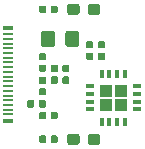
<source format=gbr>
G04 #@! TF.GenerationSoftware,KiCad,Pcbnew,5.1.1*
G04 #@! TF.CreationDate,2019-04-20T22:30:45+02:00*
G04 #@! TF.ProjectId,darling,6461726c-696e-4672-9e6b-696361645f70,rev?*
G04 #@! TF.SameCoordinates,Original*
G04 #@! TF.FileFunction,Paste,Top*
G04 #@! TF.FilePolarity,Positive*
%FSLAX46Y46*%
G04 Gerber Fmt 4.6, Leading zero omitted, Abs format (unit mm)*
G04 Created by KiCad (PCBNEW 5.1.1) date 2019-04-20 22:30:45*
%MOMM*%
%LPD*%
G04 APERTURE LIST*
%ADD10C,0.100000*%
%ADD11C,0.590000*%
%ADD12C,0.950000*%
%ADD13C,1.150000*%
%ADD14R,0.850000X0.230000*%
%ADD15R,0.850000X0.460000*%
%ADD16R,0.350000X0.800000*%
%ADD17R,0.800000X0.350000*%
%ADD18R,1.050000X1.050000*%
G04 APERTURE END LIST*
D10*
G36*
X128146958Y-125680710D02*
G01*
X128161276Y-125682834D01*
X128175317Y-125686351D01*
X128188946Y-125691228D01*
X128202031Y-125697417D01*
X128214447Y-125704858D01*
X128226073Y-125713481D01*
X128236798Y-125723202D01*
X128246519Y-125733927D01*
X128255142Y-125745553D01*
X128262583Y-125757969D01*
X128268772Y-125771054D01*
X128273649Y-125784683D01*
X128277166Y-125798724D01*
X128279290Y-125813042D01*
X128280000Y-125827500D01*
X128280000Y-126172500D01*
X128279290Y-126186958D01*
X128277166Y-126201276D01*
X128273649Y-126215317D01*
X128268772Y-126228946D01*
X128262583Y-126242031D01*
X128255142Y-126254447D01*
X128246519Y-126266073D01*
X128236798Y-126276798D01*
X128226073Y-126286519D01*
X128214447Y-126295142D01*
X128202031Y-126302583D01*
X128188946Y-126308772D01*
X128175317Y-126313649D01*
X128161276Y-126317166D01*
X128146958Y-126319290D01*
X128132500Y-126320000D01*
X127837500Y-126320000D01*
X127823042Y-126319290D01*
X127808724Y-126317166D01*
X127794683Y-126313649D01*
X127781054Y-126308772D01*
X127767969Y-126302583D01*
X127755553Y-126295142D01*
X127743927Y-126286519D01*
X127733202Y-126276798D01*
X127723481Y-126266073D01*
X127714858Y-126254447D01*
X127707417Y-126242031D01*
X127701228Y-126228946D01*
X127696351Y-126215317D01*
X127692834Y-126201276D01*
X127690710Y-126186958D01*
X127690000Y-126172500D01*
X127690000Y-125827500D01*
X127690710Y-125813042D01*
X127692834Y-125798724D01*
X127696351Y-125784683D01*
X127701228Y-125771054D01*
X127707417Y-125757969D01*
X127714858Y-125745553D01*
X127723481Y-125733927D01*
X127733202Y-125723202D01*
X127743927Y-125713481D01*
X127755553Y-125704858D01*
X127767969Y-125697417D01*
X127781054Y-125691228D01*
X127794683Y-125686351D01*
X127808724Y-125682834D01*
X127823042Y-125680710D01*
X127837500Y-125680000D01*
X128132500Y-125680000D01*
X128146958Y-125680710D01*
X128146958Y-125680710D01*
G37*
D11*
X127985000Y-126000000D03*
D10*
G36*
X127176958Y-125680710D02*
G01*
X127191276Y-125682834D01*
X127205317Y-125686351D01*
X127218946Y-125691228D01*
X127232031Y-125697417D01*
X127244447Y-125704858D01*
X127256073Y-125713481D01*
X127266798Y-125723202D01*
X127276519Y-125733927D01*
X127285142Y-125745553D01*
X127292583Y-125757969D01*
X127298772Y-125771054D01*
X127303649Y-125784683D01*
X127307166Y-125798724D01*
X127309290Y-125813042D01*
X127310000Y-125827500D01*
X127310000Y-126172500D01*
X127309290Y-126186958D01*
X127307166Y-126201276D01*
X127303649Y-126215317D01*
X127298772Y-126228946D01*
X127292583Y-126242031D01*
X127285142Y-126254447D01*
X127276519Y-126266073D01*
X127266798Y-126276798D01*
X127256073Y-126286519D01*
X127244447Y-126295142D01*
X127232031Y-126302583D01*
X127218946Y-126308772D01*
X127205317Y-126313649D01*
X127191276Y-126317166D01*
X127176958Y-126319290D01*
X127162500Y-126320000D01*
X126867500Y-126320000D01*
X126853042Y-126319290D01*
X126838724Y-126317166D01*
X126824683Y-126313649D01*
X126811054Y-126308772D01*
X126797969Y-126302583D01*
X126785553Y-126295142D01*
X126773927Y-126286519D01*
X126763202Y-126276798D01*
X126753481Y-126266073D01*
X126744858Y-126254447D01*
X126737417Y-126242031D01*
X126731228Y-126228946D01*
X126726351Y-126215317D01*
X126722834Y-126201276D01*
X126720710Y-126186958D01*
X126720000Y-126172500D01*
X126720000Y-125827500D01*
X126720710Y-125813042D01*
X126722834Y-125798724D01*
X126726351Y-125784683D01*
X126731228Y-125771054D01*
X126737417Y-125757969D01*
X126744858Y-125745553D01*
X126753481Y-125733927D01*
X126763202Y-125723202D01*
X126773927Y-125713481D01*
X126785553Y-125704858D01*
X126797969Y-125697417D01*
X126811054Y-125691228D01*
X126824683Y-125686351D01*
X126838724Y-125682834D01*
X126853042Y-125680710D01*
X126867500Y-125680000D01*
X127162500Y-125680000D01*
X127176958Y-125680710D01*
X127176958Y-125680710D01*
G37*
D11*
X127015000Y-126000000D03*
D10*
G36*
X133186958Y-121690710D02*
G01*
X133201276Y-121692834D01*
X133215317Y-121696351D01*
X133228946Y-121701228D01*
X133242031Y-121707417D01*
X133254447Y-121714858D01*
X133266073Y-121723481D01*
X133276798Y-121733202D01*
X133286519Y-121743927D01*
X133295142Y-121755553D01*
X133302583Y-121767969D01*
X133308772Y-121781054D01*
X133313649Y-121794683D01*
X133317166Y-121808724D01*
X133319290Y-121823042D01*
X133320000Y-121837500D01*
X133320000Y-122132500D01*
X133319290Y-122146958D01*
X133317166Y-122161276D01*
X133313649Y-122175317D01*
X133308772Y-122188946D01*
X133302583Y-122202031D01*
X133295142Y-122214447D01*
X133286519Y-122226073D01*
X133276798Y-122236798D01*
X133266073Y-122246519D01*
X133254447Y-122255142D01*
X133242031Y-122262583D01*
X133228946Y-122268772D01*
X133215317Y-122273649D01*
X133201276Y-122277166D01*
X133186958Y-122279290D01*
X133172500Y-122280000D01*
X132827500Y-122280000D01*
X132813042Y-122279290D01*
X132798724Y-122277166D01*
X132784683Y-122273649D01*
X132771054Y-122268772D01*
X132757969Y-122262583D01*
X132745553Y-122255142D01*
X132733927Y-122246519D01*
X132723202Y-122236798D01*
X132713481Y-122226073D01*
X132704858Y-122214447D01*
X132697417Y-122202031D01*
X132691228Y-122188946D01*
X132686351Y-122175317D01*
X132682834Y-122161276D01*
X132680710Y-122146958D01*
X132680000Y-122132500D01*
X132680000Y-121837500D01*
X132680710Y-121823042D01*
X132682834Y-121808724D01*
X132686351Y-121794683D01*
X132691228Y-121781054D01*
X132697417Y-121767969D01*
X132704858Y-121755553D01*
X132713481Y-121743927D01*
X132723202Y-121733202D01*
X132733927Y-121723481D01*
X132745553Y-121714858D01*
X132757969Y-121707417D01*
X132771054Y-121701228D01*
X132784683Y-121696351D01*
X132798724Y-121692834D01*
X132813042Y-121690710D01*
X132827500Y-121690000D01*
X133172500Y-121690000D01*
X133186958Y-121690710D01*
X133186958Y-121690710D01*
G37*
D11*
X133000000Y-121985000D03*
D10*
G36*
X133186958Y-120720710D02*
G01*
X133201276Y-120722834D01*
X133215317Y-120726351D01*
X133228946Y-120731228D01*
X133242031Y-120737417D01*
X133254447Y-120744858D01*
X133266073Y-120753481D01*
X133276798Y-120763202D01*
X133286519Y-120773927D01*
X133295142Y-120785553D01*
X133302583Y-120797969D01*
X133308772Y-120811054D01*
X133313649Y-120824683D01*
X133317166Y-120838724D01*
X133319290Y-120853042D01*
X133320000Y-120867500D01*
X133320000Y-121162500D01*
X133319290Y-121176958D01*
X133317166Y-121191276D01*
X133313649Y-121205317D01*
X133308772Y-121218946D01*
X133302583Y-121232031D01*
X133295142Y-121244447D01*
X133286519Y-121256073D01*
X133276798Y-121266798D01*
X133266073Y-121276519D01*
X133254447Y-121285142D01*
X133242031Y-121292583D01*
X133228946Y-121298772D01*
X133215317Y-121303649D01*
X133201276Y-121307166D01*
X133186958Y-121309290D01*
X133172500Y-121310000D01*
X132827500Y-121310000D01*
X132813042Y-121309290D01*
X132798724Y-121307166D01*
X132784683Y-121303649D01*
X132771054Y-121298772D01*
X132757969Y-121292583D01*
X132745553Y-121285142D01*
X132733927Y-121276519D01*
X132723202Y-121266798D01*
X132713481Y-121256073D01*
X132704858Y-121244447D01*
X132697417Y-121232031D01*
X132691228Y-121218946D01*
X132686351Y-121205317D01*
X132682834Y-121191276D01*
X132680710Y-121176958D01*
X132680000Y-121162500D01*
X132680000Y-120867500D01*
X132680710Y-120853042D01*
X132682834Y-120838724D01*
X132686351Y-120824683D01*
X132691228Y-120811054D01*
X132697417Y-120797969D01*
X132704858Y-120785553D01*
X132713481Y-120773927D01*
X132723202Y-120763202D01*
X132733927Y-120753481D01*
X132745553Y-120744858D01*
X132757969Y-120737417D01*
X132771054Y-120731228D01*
X132784683Y-120726351D01*
X132798724Y-120722834D01*
X132813042Y-120720710D01*
X132827500Y-120720000D01*
X133172500Y-120720000D01*
X133186958Y-120720710D01*
X133186958Y-120720710D01*
G37*
D11*
X133000000Y-121015000D03*
D10*
G36*
X132186958Y-120720710D02*
G01*
X132201276Y-120722834D01*
X132215317Y-120726351D01*
X132228946Y-120731228D01*
X132242031Y-120737417D01*
X132254447Y-120744858D01*
X132266073Y-120753481D01*
X132276798Y-120763202D01*
X132286519Y-120773927D01*
X132295142Y-120785553D01*
X132302583Y-120797969D01*
X132308772Y-120811054D01*
X132313649Y-120824683D01*
X132317166Y-120838724D01*
X132319290Y-120853042D01*
X132320000Y-120867500D01*
X132320000Y-121162500D01*
X132319290Y-121176958D01*
X132317166Y-121191276D01*
X132313649Y-121205317D01*
X132308772Y-121218946D01*
X132302583Y-121232031D01*
X132295142Y-121244447D01*
X132286519Y-121256073D01*
X132276798Y-121266798D01*
X132266073Y-121276519D01*
X132254447Y-121285142D01*
X132242031Y-121292583D01*
X132228946Y-121298772D01*
X132215317Y-121303649D01*
X132201276Y-121307166D01*
X132186958Y-121309290D01*
X132172500Y-121310000D01*
X131827500Y-121310000D01*
X131813042Y-121309290D01*
X131798724Y-121307166D01*
X131784683Y-121303649D01*
X131771054Y-121298772D01*
X131757969Y-121292583D01*
X131745553Y-121285142D01*
X131733927Y-121276519D01*
X131723202Y-121266798D01*
X131713481Y-121256073D01*
X131704858Y-121244447D01*
X131697417Y-121232031D01*
X131691228Y-121218946D01*
X131686351Y-121205317D01*
X131682834Y-121191276D01*
X131680710Y-121176958D01*
X131680000Y-121162500D01*
X131680000Y-120867500D01*
X131680710Y-120853042D01*
X131682834Y-120838724D01*
X131686351Y-120824683D01*
X131691228Y-120811054D01*
X131697417Y-120797969D01*
X131704858Y-120785553D01*
X131713481Y-120773927D01*
X131723202Y-120763202D01*
X131733927Y-120753481D01*
X131745553Y-120744858D01*
X131757969Y-120737417D01*
X131771054Y-120731228D01*
X131784683Y-120726351D01*
X131798724Y-120722834D01*
X131813042Y-120720710D01*
X131827500Y-120720000D01*
X132172500Y-120720000D01*
X132186958Y-120720710D01*
X132186958Y-120720710D01*
G37*
D11*
X132000000Y-121015000D03*
D10*
G36*
X132186958Y-121690710D02*
G01*
X132201276Y-121692834D01*
X132215317Y-121696351D01*
X132228946Y-121701228D01*
X132242031Y-121707417D01*
X132254447Y-121714858D01*
X132266073Y-121723481D01*
X132276798Y-121733202D01*
X132286519Y-121743927D01*
X132295142Y-121755553D01*
X132302583Y-121767969D01*
X132308772Y-121781054D01*
X132313649Y-121794683D01*
X132317166Y-121808724D01*
X132319290Y-121823042D01*
X132320000Y-121837500D01*
X132320000Y-122132500D01*
X132319290Y-122146958D01*
X132317166Y-122161276D01*
X132313649Y-122175317D01*
X132308772Y-122188946D01*
X132302583Y-122202031D01*
X132295142Y-122214447D01*
X132286519Y-122226073D01*
X132276798Y-122236798D01*
X132266073Y-122246519D01*
X132254447Y-122255142D01*
X132242031Y-122262583D01*
X132228946Y-122268772D01*
X132215317Y-122273649D01*
X132201276Y-122277166D01*
X132186958Y-122279290D01*
X132172500Y-122280000D01*
X131827500Y-122280000D01*
X131813042Y-122279290D01*
X131798724Y-122277166D01*
X131784683Y-122273649D01*
X131771054Y-122268772D01*
X131757969Y-122262583D01*
X131745553Y-122255142D01*
X131733927Y-122246519D01*
X131723202Y-122236798D01*
X131713481Y-122226073D01*
X131704858Y-122214447D01*
X131697417Y-122202031D01*
X131691228Y-122188946D01*
X131686351Y-122175317D01*
X131682834Y-122161276D01*
X131680710Y-122146958D01*
X131680000Y-122132500D01*
X131680000Y-121837500D01*
X131680710Y-121823042D01*
X131682834Y-121808724D01*
X131686351Y-121794683D01*
X131691228Y-121781054D01*
X131697417Y-121767969D01*
X131704858Y-121755553D01*
X131713481Y-121743927D01*
X131723202Y-121733202D01*
X131733927Y-121723481D01*
X131745553Y-121714858D01*
X131757969Y-121707417D01*
X131771054Y-121701228D01*
X131784683Y-121696351D01*
X131798724Y-121692834D01*
X131813042Y-121690710D01*
X131827500Y-121690000D01*
X132172500Y-121690000D01*
X132186958Y-121690710D01*
X132186958Y-121690710D01*
G37*
D11*
X132000000Y-121985000D03*
D10*
G36*
X129146958Y-126680710D02*
G01*
X129161276Y-126682834D01*
X129175317Y-126686351D01*
X129188946Y-126691228D01*
X129202031Y-126697417D01*
X129214447Y-126704858D01*
X129226073Y-126713481D01*
X129236798Y-126723202D01*
X129246519Y-126733927D01*
X129255142Y-126745553D01*
X129262583Y-126757969D01*
X129268772Y-126771054D01*
X129273649Y-126784683D01*
X129277166Y-126798724D01*
X129279290Y-126813042D01*
X129280000Y-126827500D01*
X129280000Y-127172500D01*
X129279290Y-127186958D01*
X129277166Y-127201276D01*
X129273649Y-127215317D01*
X129268772Y-127228946D01*
X129262583Y-127242031D01*
X129255142Y-127254447D01*
X129246519Y-127266073D01*
X129236798Y-127276798D01*
X129226073Y-127286519D01*
X129214447Y-127295142D01*
X129202031Y-127302583D01*
X129188946Y-127308772D01*
X129175317Y-127313649D01*
X129161276Y-127317166D01*
X129146958Y-127319290D01*
X129132500Y-127320000D01*
X128837500Y-127320000D01*
X128823042Y-127319290D01*
X128808724Y-127317166D01*
X128794683Y-127313649D01*
X128781054Y-127308772D01*
X128767969Y-127302583D01*
X128755553Y-127295142D01*
X128743927Y-127286519D01*
X128733202Y-127276798D01*
X128723481Y-127266073D01*
X128714858Y-127254447D01*
X128707417Y-127242031D01*
X128701228Y-127228946D01*
X128696351Y-127215317D01*
X128692834Y-127201276D01*
X128690710Y-127186958D01*
X128690000Y-127172500D01*
X128690000Y-126827500D01*
X128690710Y-126813042D01*
X128692834Y-126798724D01*
X128696351Y-126784683D01*
X128701228Y-126771054D01*
X128707417Y-126757969D01*
X128714858Y-126745553D01*
X128723481Y-126733927D01*
X128733202Y-126723202D01*
X128743927Y-126713481D01*
X128755553Y-126704858D01*
X128767969Y-126697417D01*
X128781054Y-126691228D01*
X128794683Y-126686351D01*
X128808724Y-126682834D01*
X128823042Y-126680710D01*
X128837500Y-126680000D01*
X129132500Y-126680000D01*
X129146958Y-126680710D01*
X129146958Y-126680710D01*
G37*
D11*
X128985000Y-127000000D03*
D10*
G36*
X128176958Y-126680710D02*
G01*
X128191276Y-126682834D01*
X128205317Y-126686351D01*
X128218946Y-126691228D01*
X128232031Y-126697417D01*
X128244447Y-126704858D01*
X128256073Y-126713481D01*
X128266798Y-126723202D01*
X128276519Y-126733927D01*
X128285142Y-126745553D01*
X128292583Y-126757969D01*
X128298772Y-126771054D01*
X128303649Y-126784683D01*
X128307166Y-126798724D01*
X128309290Y-126813042D01*
X128310000Y-126827500D01*
X128310000Y-127172500D01*
X128309290Y-127186958D01*
X128307166Y-127201276D01*
X128303649Y-127215317D01*
X128298772Y-127228946D01*
X128292583Y-127242031D01*
X128285142Y-127254447D01*
X128276519Y-127266073D01*
X128266798Y-127276798D01*
X128256073Y-127286519D01*
X128244447Y-127295142D01*
X128232031Y-127302583D01*
X128218946Y-127308772D01*
X128205317Y-127313649D01*
X128191276Y-127317166D01*
X128176958Y-127319290D01*
X128162500Y-127320000D01*
X127867500Y-127320000D01*
X127853042Y-127319290D01*
X127838724Y-127317166D01*
X127824683Y-127313649D01*
X127811054Y-127308772D01*
X127797969Y-127302583D01*
X127785553Y-127295142D01*
X127773927Y-127286519D01*
X127763202Y-127276798D01*
X127753481Y-127266073D01*
X127744858Y-127254447D01*
X127737417Y-127242031D01*
X127731228Y-127228946D01*
X127726351Y-127215317D01*
X127722834Y-127201276D01*
X127720710Y-127186958D01*
X127720000Y-127172500D01*
X127720000Y-126827500D01*
X127720710Y-126813042D01*
X127722834Y-126798724D01*
X127726351Y-126784683D01*
X127731228Y-126771054D01*
X127737417Y-126757969D01*
X127744858Y-126745553D01*
X127753481Y-126733927D01*
X127763202Y-126723202D01*
X127773927Y-126713481D01*
X127785553Y-126704858D01*
X127797969Y-126697417D01*
X127811054Y-126691228D01*
X127824683Y-126686351D01*
X127838724Y-126682834D01*
X127853042Y-126680710D01*
X127867500Y-126680000D01*
X128162500Y-126680000D01*
X128176958Y-126680710D01*
X128176958Y-126680710D01*
G37*
D11*
X128015000Y-127000000D03*
D10*
G36*
X128186958Y-122690710D02*
G01*
X128201276Y-122692834D01*
X128215317Y-122696351D01*
X128228946Y-122701228D01*
X128242031Y-122707417D01*
X128254447Y-122714858D01*
X128266073Y-122723481D01*
X128276798Y-122733202D01*
X128286519Y-122743927D01*
X128295142Y-122755553D01*
X128302583Y-122767969D01*
X128308772Y-122781054D01*
X128313649Y-122794683D01*
X128317166Y-122808724D01*
X128319290Y-122823042D01*
X128320000Y-122837500D01*
X128320000Y-123132500D01*
X128319290Y-123146958D01*
X128317166Y-123161276D01*
X128313649Y-123175317D01*
X128308772Y-123188946D01*
X128302583Y-123202031D01*
X128295142Y-123214447D01*
X128286519Y-123226073D01*
X128276798Y-123236798D01*
X128266073Y-123246519D01*
X128254447Y-123255142D01*
X128242031Y-123262583D01*
X128228946Y-123268772D01*
X128215317Y-123273649D01*
X128201276Y-123277166D01*
X128186958Y-123279290D01*
X128172500Y-123280000D01*
X127827500Y-123280000D01*
X127813042Y-123279290D01*
X127798724Y-123277166D01*
X127784683Y-123273649D01*
X127771054Y-123268772D01*
X127757969Y-123262583D01*
X127745553Y-123255142D01*
X127733927Y-123246519D01*
X127723202Y-123236798D01*
X127713481Y-123226073D01*
X127704858Y-123214447D01*
X127697417Y-123202031D01*
X127691228Y-123188946D01*
X127686351Y-123175317D01*
X127682834Y-123161276D01*
X127680710Y-123146958D01*
X127680000Y-123132500D01*
X127680000Y-122837500D01*
X127680710Y-122823042D01*
X127682834Y-122808724D01*
X127686351Y-122794683D01*
X127691228Y-122781054D01*
X127697417Y-122767969D01*
X127704858Y-122755553D01*
X127713481Y-122743927D01*
X127723202Y-122733202D01*
X127733927Y-122723481D01*
X127745553Y-122714858D01*
X127757969Y-122707417D01*
X127771054Y-122701228D01*
X127784683Y-122696351D01*
X127798724Y-122692834D01*
X127813042Y-122690710D01*
X127827500Y-122690000D01*
X128172500Y-122690000D01*
X128186958Y-122690710D01*
X128186958Y-122690710D01*
G37*
D11*
X128000000Y-122985000D03*
D10*
G36*
X128186958Y-121720710D02*
G01*
X128201276Y-121722834D01*
X128215317Y-121726351D01*
X128228946Y-121731228D01*
X128242031Y-121737417D01*
X128254447Y-121744858D01*
X128266073Y-121753481D01*
X128276798Y-121763202D01*
X128286519Y-121773927D01*
X128295142Y-121785553D01*
X128302583Y-121797969D01*
X128308772Y-121811054D01*
X128313649Y-121824683D01*
X128317166Y-121838724D01*
X128319290Y-121853042D01*
X128320000Y-121867500D01*
X128320000Y-122162500D01*
X128319290Y-122176958D01*
X128317166Y-122191276D01*
X128313649Y-122205317D01*
X128308772Y-122218946D01*
X128302583Y-122232031D01*
X128295142Y-122244447D01*
X128286519Y-122256073D01*
X128276798Y-122266798D01*
X128266073Y-122276519D01*
X128254447Y-122285142D01*
X128242031Y-122292583D01*
X128228946Y-122298772D01*
X128215317Y-122303649D01*
X128201276Y-122307166D01*
X128186958Y-122309290D01*
X128172500Y-122310000D01*
X127827500Y-122310000D01*
X127813042Y-122309290D01*
X127798724Y-122307166D01*
X127784683Y-122303649D01*
X127771054Y-122298772D01*
X127757969Y-122292583D01*
X127745553Y-122285142D01*
X127733927Y-122276519D01*
X127723202Y-122266798D01*
X127713481Y-122256073D01*
X127704858Y-122244447D01*
X127697417Y-122232031D01*
X127691228Y-122218946D01*
X127686351Y-122205317D01*
X127682834Y-122191276D01*
X127680710Y-122176958D01*
X127680000Y-122162500D01*
X127680000Y-121867500D01*
X127680710Y-121853042D01*
X127682834Y-121838724D01*
X127686351Y-121824683D01*
X127691228Y-121811054D01*
X127697417Y-121797969D01*
X127704858Y-121785553D01*
X127713481Y-121773927D01*
X127723202Y-121763202D01*
X127733927Y-121753481D01*
X127745553Y-121744858D01*
X127757969Y-121737417D01*
X127771054Y-121731228D01*
X127784683Y-121726351D01*
X127798724Y-121722834D01*
X127813042Y-121720710D01*
X127827500Y-121720000D01*
X128172500Y-121720000D01*
X128186958Y-121720710D01*
X128186958Y-121720710D01*
G37*
D11*
X128000000Y-122015000D03*
D10*
G36*
X128186958Y-124690710D02*
G01*
X128201276Y-124692834D01*
X128215317Y-124696351D01*
X128228946Y-124701228D01*
X128242031Y-124707417D01*
X128254447Y-124714858D01*
X128266073Y-124723481D01*
X128276798Y-124733202D01*
X128286519Y-124743927D01*
X128295142Y-124755553D01*
X128302583Y-124767969D01*
X128308772Y-124781054D01*
X128313649Y-124794683D01*
X128317166Y-124808724D01*
X128319290Y-124823042D01*
X128320000Y-124837500D01*
X128320000Y-125132500D01*
X128319290Y-125146958D01*
X128317166Y-125161276D01*
X128313649Y-125175317D01*
X128308772Y-125188946D01*
X128302583Y-125202031D01*
X128295142Y-125214447D01*
X128286519Y-125226073D01*
X128276798Y-125236798D01*
X128266073Y-125246519D01*
X128254447Y-125255142D01*
X128242031Y-125262583D01*
X128228946Y-125268772D01*
X128215317Y-125273649D01*
X128201276Y-125277166D01*
X128186958Y-125279290D01*
X128172500Y-125280000D01*
X127827500Y-125280000D01*
X127813042Y-125279290D01*
X127798724Y-125277166D01*
X127784683Y-125273649D01*
X127771054Y-125268772D01*
X127757969Y-125262583D01*
X127745553Y-125255142D01*
X127733927Y-125246519D01*
X127723202Y-125236798D01*
X127713481Y-125226073D01*
X127704858Y-125214447D01*
X127697417Y-125202031D01*
X127691228Y-125188946D01*
X127686351Y-125175317D01*
X127682834Y-125161276D01*
X127680710Y-125146958D01*
X127680000Y-125132500D01*
X127680000Y-124837500D01*
X127680710Y-124823042D01*
X127682834Y-124808724D01*
X127686351Y-124794683D01*
X127691228Y-124781054D01*
X127697417Y-124767969D01*
X127704858Y-124755553D01*
X127713481Y-124743927D01*
X127723202Y-124733202D01*
X127733927Y-124723481D01*
X127745553Y-124714858D01*
X127757969Y-124707417D01*
X127771054Y-124701228D01*
X127784683Y-124696351D01*
X127798724Y-124692834D01*
X127813042Y-124690710D01*
X127827500Y-124690000D01*
X128172500Y-124690000D01*
X128186958Y-124690710D01*
X128186958Y-124690710D01*
G37*
D11*
X128000000Y-124985000D03*
D10*
G36*
X128186958Y-123720710D02*
G01*
X128201276Y-123722834D01*
X128215317Y-123726351D01*
X128228946Y-123731228D01*
X128242031Y-123737417D01*
X128254447Y-123744858D01*
X128266073Y-123753481D01*
X128276798Y-123763202D01*
X128286519Y-123773927D01*
X128295142Y-123785553D01*
X128302583Y-123797969D01*
X128308772Y-123811054D01*
X128313649Y-123824683D01*
X128317166Y-123838724D01*
X128319290Y-123853042D01*
X128320000Y-123867500D01*
X128320000Y-124162500D01*
X128319290Y-124176958D01*
X128317166Y-124191276D01*
X128313649Y-124205317D01*
X128308772Y-124218946D01*
X128302583Y-124232031D01*
X128295142Y-124244447D01*
X128286519Y-124256073D01*
X128276798Y-124266798D01*
X128266073Y-124276519D01*
X128254447Y-124285142D01*
X128242031Y-124292583D01*
X128228946Y-124298772D01*
X128215317Y-124303649D01*
X128201276Y-124307166D01*
X128186958Y-124309290D01*
X128172500Y-124310000D01*
X127827500Y-124310000D01*
X127813042Y-124309290D01*
X127798724Y-124307166D01*
X127784683Y-124303649D01*
X127771054Y-124298772D01*
X127757969Y-124292583D01*
X127745553Y-124285142D01*
X127733927Y-124276519D01*
X127723202Y-124266798D01*
X127713481Y-124256073D01*
X127704858Y-124244447D01*
X127697417Y-124232031D01*
X127691228Y-124218946D01*
X127686351Y-124205317D01*
X127682834Y-124191276D01*
X127680710Y-124176958D01*
X127680000Y-124162500D01*
X127680000Y-123867500D01*
X127680710Y-123853042D01*
X127682834Y-123838724D01*
X127686351Y-123824683D01*
X127691228Y-123811054D01*
X127697417Y-123797969D01*
X127704858Y-123785553D01*
X127713481Y-123773927D01*
X127723202Y-123763202D01*
X127733927Y-123753481D01*
X127745553Y-123744858D01*
X127757969Y-123737417D01*
X127771054Y-123731228D01*
X127784683Y-123726351D01*
X127798724Y-123722834D01*
X127813042Y-123720710D01*
X127827500Y-123720000D01*
X128172500Y-123720000D01*
X128186958Y-123720710D01*
X128186958Y-123720710D01*
G37*
D11*
X128000000Y-124015000D03*
D10*
G36*
X130935779Y-128526144D02*
G01*
X130958834Y-128529563D01*
X130981443Y-128535227D01*
X131003387Y-128543079D01*
X131024457Y-128553044D01*
X131044448Y-128565026D01*
X131063168Y-128578910D01*
X131080438Y-128594562D01*
X131096090Y-128611832D01*
X131109974Y-128630552D01*
X131121956Y-128650543D01*
X131131921Y-128671613D01*
X131139773Y-128693557D01*
X131145437Y-128716166D01*
X131148856Y-128739221D01*
X131150000Y-128762500D01*
X131150000Y-129237500D01*
X131148856Y-129260779D01*
X131145437Y-129283834D01*
X131139773Y-129306443D01*
X131131921Y-129328387D01*
X131121956Y-129349457D01*
X131109974Y-129369448D01*
X131096090Y-129388168D01*
X131080438Y-129405438D01*
X131063168Y-129421090D01*
X131044448Y-129434974D01*
X131024457Y-129446956D01*
X131003387Y-129456921D01*
X130981443Y-129464773D01*
X130958834Y-129470437D01*
X130935779Y-129473856D01*
X130912500Y-129475000D01*
X130337500Y-129475000D01*
X130314221Y-129473856D01*
X130291166Y-129470437D01*
X130268557Y-129464773D01*
X130246613Y-129456921D01*
X130225543Y-129446956D01*
X130205552Y-129434974D01*
X130186832Y-129421090D01*
X130169562Y-129405438D01*
X130153910Y-129388168D01*
X130140026Y-129369448D01*
X130128044Y-129349457D01*
X130118079Y-129328387D01*
X130110227Y-129306443D01*
X130104563Y-129283834D01*
X130101144Y-129260779D01*
X130100000Y-129237500D01*
X130100000Y-128762500D01*
X130101144Y-128739221D01*
X130104563Y-128716166D01*
X130110227Y-128693557D01*
X130118079Y-128671613D01*
X130128044Y-128650543D01*
X130140026Y-128630552D01*
X130153910Y-128611832D01*
X130169562Y-128594562D01*
X130186832Y-128578910D01*
X130205552Y-128565026D01*
X130225543Y-128553044D01*
X130246613Y-128543079D01*
X130268557Y-128535227D01*
X130291166Y-128529563D01*
X130314221Y-128526144D01*
X130337500Y-128525000D01*
X130912500Y-128525000D01*
X130935779Y-128526144D01*
X130935779Y-128526144D01*
G37*
D12*
X130625000Y-129000000D03*
D10*
G36*
X132685779Y-128526144D02*
G01*
X132708834Y-128529563D01*
X132731443Y-128535227D01*
X132753387Y-128543079D01*
X132774457Y-128553044D01*
X132794448Y-128565026D01*
X132813168Y-128578910D01*
X132830438Y-128594562D01*
X132846090Y-128611832D01*
X132859974Y-128630552D01*
X132871956Y-128650543D01*
X132881921Y-128671613D01*
X132889773Y-128693557D01*
X132895437Y-128716166D01*
X132898856Y-128739221D01*
X132900000Y-128762500D01*
X132900000Y-129237500D01*
X132898856Y-129260779D01*
X132895437Y-129283834D01*
X132889773Y-129306443D01*
X132881921Y-129328387D01*
X132871956Y-129349457D01*
X132859974Y-129369448D01*
X132846090Y-129388168D01*
X132830438Y-129405438D01*
X132813168Y-129421090D01*
X132794448Y-129434974D01*
X132774457Y-129446956D01*
X132753387Y-129456921D01*
X132731443Y-129464773D01*
X132708834Y-129470437D01*
X132685779Y-129473856D01*
X132662500Y-129475000D01*
X132087500Y-129475000D01*
X132064221Y-129473856D01*
X132041166Y-129470437D01*
X132018557Y-129464773D01*
X131996613Y-129456921D01*
X131975543Y-129446956D01*
X131955552Y-129434974D01*
X131936832Y-129421090D01*
X131919562Y-129405438D01*
X131903910Y-129388168D01*
X131890026Y-129369448D01*
X131878044Y-129349457D01*
X131868079Y-129328387D01*
X131860227Y-129306443D01*
X131854563Y-129283834D01*
X131851144Y-129260779D01*
X131850000Y-129237500D01*
X131850000Y-128762500D01*
X131851144Y-128739221D01*
X131854563Y-128716166D01*
X131860227Y-128693557D01*
X131868079Y-128671613D01*
X131878044Y-128650543D01*
X131890026Y-128630552D01*
X131903910Y-128611832D01*
X131919562Y-128594562D01*
X131936832Y-128578910D01*
X131955552Y-128565026D01*
X131975543Y-128553044D01*
X131996613Y-128543079D01*
X132018557Y-128535227D01*
X132041166Y-128529563D01*
X132064221Y-128526144D01*
X132087500Y-128525000D01*
X132662500Y-128525000D01*
X132685779Y-128526144D01*
X132685779Y-128526144D01*
G37*
D12*
X132375000Y-129000000D03*
D10*
G36*
X132685779Y-117526144D02*
G01*
X132708834Y-117529563D01*
X132731443Y-117535227D01*
X132753387Y-117543079D01*
X132774457Y-117553044D01*
X132794448Y-117565026D01*
X132813168Y-117578910D01*
X132830438Y-117594562D01*
X132846090Y-117611832D01*
X132859974Y-117630552D01*
X132871956Y-117650543D01*
X132881921Y-117671613D01*
X132889773Y-117693557D01*
X132895437Y-117716166D01*
X132898856Y-117739221D01*
X132900000Y-117762500D01*
X132900000Y-118237500D01*
X132898856Y-118260779D01*
X132895437Y-118283834D01*
X132889773Y-118306443D01*
X132881921Y-118328387D01*
X132871956Y-118349457D01*
X132859974Y-118369448D01*
X132846090Y-118388168D01*
X132830438Y-118405438D01*
X132813168Y-118421090D01*
X132794448Y-118434974D01*
X132774457Y-118446956D01*
X132753387Y-118456921D01*
X132731443Y-118464773D01*
X132708834Y-118470437D01*
X132685779Y-118473856D01*
X132662500Y-118475000D01*
X132087500Y-118475000D01*
X132064221Y-118473856D01*
X132041166Y-118470437D01*
X132018557Y-118464773D01*
X131996613Y-118456921D01*
X131975543Y-118446956D01*
X131955552Y-118434974D01*
X131936832Y-118421090D01*
X131919562Y-118405438D01*
X131903910Y-118388168D01*
X131890026Y-118369448D01*
X131878044Y-118349457D01*
X131868079Y-118328387D01*
X131860227Y-118306443D01*
X131854563Y-118283834D01*
X131851144Y-118260779D01*
X131850000Y-118237500D01*
X131850000Y-117762500D01*
X131851144Y-117739221D01*
X131854563Y-117716166D01*
X131860227Y-117693557D01*
X131868079Y-117671613D01*
X131878044Y-117650543D01*
X131890026Y-117630552D01*
X131903910Y-117611832D01*
X131919562Y-117594562D01*
X131936832Y-117578910D01*
X131955552Y-117565026D01*
X131975543Y-117553044D01*
X131996613Y-117543079D01*
X132018557Y-117535227D01*
X132041166Y-117529563D01*
X132064221Y-117526144D01*
X132087500Y-117525000D01*
X132662500Y-117525000D01*
X132685779Y-117526144D01*
X132685779Y-117526144D01*
G37*
D12*
X132375000Y-118000000D03*
D10*
G36*
X130935779Y-117526144D02*
G01*
X130958834Y-117529563D01*
X130981443Y-117535227D01*
X131003387Y-117543079D01*
X131024457Y-117553044D01*
X131044448Y-117565026D01*
X131063168Y-117578910D01*
X131080438Y-117594562D01*
X131096090Y-117611832D01*
X131109974Y-117630552D01*
X131121956Y-117650543D01*
X131131921Y-117671613D01*
X131139773Y-117693557D01*
X131145437Y-117716166D01*
X131148856Y-117739221D01*
X131150000Y-117762500D01*
X131150000Y-118237500D01*
X131148856Y-118260779D01*
X131145437Y-118283834D01*
X131139773Y-118306443D01*
X131131921Y-118328387D01*
X131121956Y-118349457D01*
X131109974Y-118369448D01*
X131096090Y-118388168D01*
X131080438Y-118405438D01*
X131063168Y-118421090D01*
X131044448Y-118434974D01*
X131024457Y-118446956D01*
X131003387Y-118456921D01*
X130981443Y-118464773D01*
X130958834Y-118470437D01*
X130935779Y-118473856D01*
X130912500Y-118475000D01*
X130337500Y-118475000D01*
X130314221Y-118473856D01*
X130291166Y-118470437D01*
X130268557Y-118464773D01*
X130246613Y-118456921D01*
X130225543Y-118446956D01*
X130205552Y-118434974D01*
X130186832Y-118421090D01*
X130169562Y-118405438D01*
X130153910Y-118388168D01*
X130140026Y-118369448D01*
X130128044Y-118349457D01*
X130118079Y-118328387D01*
X130110227Y-118306443D01*
X130104563Y-118283834D01*
X130101144Y-118260779D01*
X130100000Y-118237500D01*
X130100000Y-117762500D01*
X130101144Y-117739221D01*
X130104563Y-117716166D01*
X130110227Y-117693557D01*
X130118079Y-117671613D01*
X130128044Y-117650543D01*
X130140026Y-117630552D01*
X130153910Y-117611832D01*
X130169562Y-117594562D01*
X130186832Y-117578910D01*
X130205552Y-117565026D01*
X130225543Y-117553044D01*
X130246613Y-117543079D01*
X130268557Y-117535227D01*
X130291166Y-117529563D01*
X130314221Y-117526144D01*
X130337500Y-117525000D01*
X130912500Y-117525000D01*
X130935779Y-117526144D01*
X130935779Y-117526144D01*
G37*
D12*
X130625000Y-118000000D03*
D10*
G36*
X130874505Y-119801204D02*
G01*
X130898773Y-119804804D01*
X130922572Y-119810765D01*
X130945671Y-119819030D01*
X130967850Y-119829520D01*
X130988893Y-119842132D01*
X131008599Y-119856747D01*
X131026777Y-119873223D01*
X131043253Y-119891401D01*
X131057868Y-119911107D01*
X131070480Y-119932150D01*
X131080970Y-119954329D01*
X131089235Y-119977428D01*
X131095196Y-120001227D01*
X131098796Y-120025495D01*
X131100000Y-120049999D01*
X131100000Y-120950001D01*
X131098796Y-120974505D01*
X131095196Y-120998773D01*
X131089235Y-121022572D01*
X131080970Y-121045671D01*
X131070480Y-121067850D01*
X131057868Y-121088893D01*
X131043253Y-121108599D01*
X131026777Y-121126777D01*
X131008599Y-121143253D01*
X130988893Y-121157868D01*
X130967850Y-121170480D01*
X130945671Y-121180970D01*
X130922572Y-121189235D01*
X130898773Y-121195196D01*
X130874505Y-121198796D01*
X130850001Y-121200000D01*
X130199999Y-121200000D01*
X130175495Y-121198796D01*
X130151227Y-121195196D01*
X130127428Y-121189235D01*
X130104329Y-121180970D01*
X130082150Y-121170480D01*
X130061107Y-121157868D01*
X130041401Y-121143253D01*
X130023223Y-121126777D01*
X130006747Y-121108599D01*
X129992132Y-121088893D01*
X129979520Y-121067850D01*
X129969030Y-121045671D01*
X129960765Y-121022572D01*
X129954804Y-120998773D01*
X129951204Y-120974505D01*
X129950000Y-120950001D01*
X129950000Y-120049999D01*
X129951204Y-120025495D01*
X129954804Y-120001227D01*
X129960765Y-119977428D01*
X129969030Y-119954329D01*
X129979520Y-119932150D01*
X129992132Y-119911107D01*
X130006747Y-119891401D01*
X130023223Y-119873223D01*
X130041401Y-119856747D01*
X130061107Y-119842132D01*
X130082150Y-119829520D01*
X130104329Y-119819030D01*
X130127428Y-119810765D01*
X130151227Y-119804804D01*
X130175495Y-119801204D01*
X130199999Y-119800000D01*
X130850001Y-119800000D01*
X130874505Y-119801204D01*
X130874505Y-119801204D01*
G37*
D13*
X130525000Y-120500000D03*
D10*
G36*
X128824505Y-119801204D02*
G01*
X128848773Y-119804804D01*
X128872572Y-119810765D01*
X128895671Y-119819030D01*
X128917850Y-119829520D01*
X128938893Y-119842132D01*
X128958599Y-119856747D01*
X128976777Y-119873223D01*
X128993253Y-119891401D01*
X129007868Y-119911107D01*
X129020480Y-119932150D01*
X129030970Y-119954329D01*
X129039235Y-119977428D01*
X129045196Y-120001227D01*
X129048796Y-120025495D01*
X129050000Y-120049999D01*
X129050000Y-120950001D01*
X129048796Y-120974505D01*
X129045196Y-120998773D01*
X129039235Y-121022572D01*
X129030970Y-121045671D01*
X129020480Y-121067850D01*
X129007868Y-121088893D01*
X128993253Y-121108599D01*
X128976777Y-121126777D01*
X128958599Y-121143253D01*
X128938893Y-121157868D01*
X128917850Y-121170480D01*
X128895671Y-121180970D01*
X128872572Y-121189235D01*
X128848773Y-121195196D01*
X128824505Y-121198796D01*
X128800001Y-121200000D01*
X128149999Y-121200000D01*
X128125495Y-121198796D01*
X128101227Y-121195196D01*
X128077428Y-121189235D01*
X128054329Y-121180970D01*
X128032150Y-121170480D01*
X128011107Y-121157868D01*
X127991401Y-121143253D01*
X127973223Y-121126777D01*
X127956747Y-121108599D01*
X127942132Y-121088893D01*
X127929520Y-121067850D01*
X127919030Y-121045671D01*
X127910765Y-121022572D01*
X127904804Y-120998773D01*
X127901204Y-120974505D01*
X127900000Y-120950001D01*
X127900000Y-120049999D01*
X127901204Y-120025495D01*
X127904804Y-120001227D01*
X127910765Y-119977428D01*
X127919030Y-119954329D01*
X127929520Y-119932150D01*
X127942132Y-119911107D01*
X127956747Y-119891401D01*
X127973223Y-119873223D01*
X127991401Y-119856747D01*
X128011107Y-119842132D01*
X128032150Y-119829520D01*
X128054329Y-119819030D01*
X128077428Y-119810765D01*
X128101227Y-119804804D01*
X128125495Y-119801204D01*
X128149999Y-119800000D01*
X128800001Y-119800000D01*
X128824505Y-119801204D01*
X128824505Y-119801204D01*
G37*
D13*
X128475000Y-120500000D03*
D14*
X125125000Y-123700000D03*
X125125000Y-123300000D03*
X125125000Y-124100000D03*
X125125000Y-124500000D03*
X125125000Y-124900000D03*
X125125000Y-125300000D03*
X125125000Y-125700000D03*
X125125000Y-126100000D03*
X125125000Y-126500000D03*
X125125000Y-126900000D03*
X125125000Y-122900000D03*
X125125000Y-122500000D03*
X125125000Y-122100000D03*
X125125000Y-121700000D03*
X125125000Y-121300000D03*
X125125000Y-120900000D03*
X125125000Y-120500000D03*
X125125000Y-120100000D03*
D15*
X125125000Y-119585000D03*
X125125000Y-127415000D03*
D10*
G36*
X129176958Y-122680710D02*
G01*
X129191276Y-122682834D01*
X129205317Y-122686351D01*
X129218946Y-122691228D01*
X129232031Y-122697417D01*
X129244447Y-122704858D01*
X129256073Y-122713481D01*
X129266798Y-122723202D01*
X129276519Y-122733927D01*
X129285142Y-122745553D01*
X129292583Y-122757969D01*
X129298772Y-122771054D01*
X129303649Y-122784683D01*
X129307166Y-122798724D01*
X129309290Y-122813042D01*
X129310000Y-122827500D01*
X129310000Y-123172500D01*
X129309290Y-123186958D01*
X129307166Y-123201276D01*
X129303649Y-123215317D01*
X129298772Y-123228946D01*
X129292583Y-123242031D01*
X129285142Y-123254447D01*
X129276519Y-123266073D01*
X129266798Y-123276798D01*
X129256073Y-123286519D01*
X129244447Y-123295142D01*
X129232031Y-123302583D01*
X129218946Y-123308772D01*
X129205317Y-123313649D01*
X129191276Y-123317166D01*
X129176958Y-123319290D01*
X129162500Y-123320000D01*
X128867500Y-123320000D01*
X128853042Y-123319290D01*
X128838724Y-123317166D01*
X128824683Y-123313649D01*
X128811054Y-123308772D01*
X128797969Y-123302583D01*
X128785553Y-123295142D01*
X128773927Y-123286519D01*
X128763202Y-123276798D01*
X128753481Y-123266073D01*
X128744858Y-123254447D01*
X128737417Y-123242031D01*
X128731228Y-123228946D01*
X128726351Y-123215317D01*
X128722834Y-123201276D01*
X128720710Y-123186958D01*
X128720000Y-123172500D01*
X128720000Y-122827500D01*
X128720710Y-122813042D01*
X128722834Y-122798724D01*
X128726351Y-122784683D01*
X128731228Y-122771054D01*
X128737417Y-122757969D01*
X128744858Y-122745553D01*
X128753481Y-122733927D01*
X128763202Y-122723202D01*
X128773927Y-122713481D01*
X128785553Y-122704858D01*
X128797969Y-122697417D01*
X128811054Y-122691228D01*
X128824683Y-122686351D01*
X128838724Y-122682834D01*
X128853042Y-122680710D01*
X128867500Y-122680000D01*
X129162500Y-122680000D01*
X129176958Y-122680710D01*
X129176958Y-122680710D01*
G37*
D11*
X129015000Y-123000000D03*
D10*
G36*
X130146958Y-122680710D02*
G01*
X130161276Y-122682834D01*
X130175317Y-122686351D01*
X130188946Y-122691228D01*
X130202031Y-122697417D01*
X130214447Y-122704858D01*
X130226073Y-122713481D01*
X130236798Y-122723202D01*
X130246519Y-122733927D01*
X130255142Y-122745553D01*
X130262583Y-122757969D01*
X130268772Y-122771054D01*
X130273649Y-122784683D01*
X130277166Y-122798724D01*
X130279290Y-122813042D01*
X130280000Y-122827500D01*
X130280000Y-123172500D01*
X130279290Y-123186958D01*
X130277166Y-123201276D01*
X130273649Y-123215317D01*
X130268772Y-123228946D01*
X130262583Y-123242031D01*
X130255142Y-123254447D01*
X130246519Y-123266073D01*
X130236798Y-123276798D01*
X130226073Y-123286519D01*
X130214447Y-123295142D01*
X130202031Y-123302583D01*
X130188946Y-123308772D01*
X130175317Y-123313649D01*
X130161276Y-123317166D01*
X130146958Y-123319290D01*
X130132500Y-123320000D01*
X129837500Y-123320000D01*
X129823042Y-123319290D01*
X129808724Y-123317166D01*
X129794683Y-123313649D01*
X129781054Y-123308772D01*
X129767969Y-123302583D01*
X129755553Y-123295142D01*
X129743927Y-123286519D01*
X129733202Y-123276798D01*
X129723481Y-123266073D01*
X129714858Y-123254447D01*
X129707417Y-123242031D01*
X129701228Y-123228946D01*
X129696351Y-123215317D01*
X129692834Y-123201276D01*
X129690710Y-123186958D01*
X129690000Y-123172500D01*
X129690000Y-122827500D01*
X129690710Y-122813042D01*
X129692834Y-122798724D01*
X129696351Y-122784683D01*
X129701228Y-122771054D01*
X129707417Y-122757969D01*
X129714858Y-122745553D01*
X129723481Y-122733927D01*
X129733202Y-122723202D01*
X129743927Y-122713481D01*
X129755553Y-122704858D01*
X129767969Y-122697417D01*
X129781054Y-122691228D01*
X129794683Y-122686351D01*
X129808724Y-122682834D01*
X129823042Y-122680710D01*
X129837500Y-122680000D01*
X130132500Y-122680000D01*
X130146958Y-122680710D01*
X130146958Y-122680710D01*
G37*
D11*
X129985000Y-123000000D03*
D10*
G36*
X129176958Y-123680710D02*
G01*
X129191276Y-123682834D01*
X129205317Y-123686351D01*
X129218946Y-123691228D01*
X129232031Y-123697417D01*
X129244447Y-123704858D01*
X129256073Y-123713481D01*
X129266798Y-123723202D01*
X129276519Y-123733927D01*
X129285142Y-123745553D01*
X129292583Y-123757969D01*
X129298772Y-123771054D01*
X129303649Y-123784683D01*
X129307166Y-123798724D01*
X129309290Y-123813042D01*
X129310000Y-123827500D01*
X129310000Y-124172500D01*
X129309290Y-124186958D01*
X129307166Y-124201276D01*
X129303649Y-124215317D01*
X129298772Y-124228946D01*
X129292583Y-124242031D01*
X129285142Y-124254447D01*
X129276519Y-124266073D01*
X129266798Y-124276798D01*
X129256073Y-124286519D01*
X129244447Y-124295142D01*
X129232031Y-124302583D01*
X129218946Y-124308772D01*
X129205317Y-124313649D01*
X129191276Y-124317166D01*
X129176958Y-124319290D01*
X129162500Y-124320000D01*
X128867500Y-124320000D01*
X128853042Y-124319290D01*
X128838724Y-124317166D01*
X128824683Y-124313649D01*
X128811054Y-124308772D01*
X128797969Y-124302583D01*
X128785553Y-124295142D01*
X128773927Y-124286519D01*
X128763202Y-124276798D01*
X128753481Y-124266073D01*
X128744858Y-124254447D01*
X128737417Y-124242031D01*
X128731228Y-124228946D01*
X128726351Y-124215317D01*
X128722834Y-124201276D01*
X128720710Y-124186958D01*
X128720000Y-124172500D01*
X128720000Y-123827500D01*
X128720710Y-123813042D01*
X128722834Y-123798724D01*
X128726351Y-123784683D01*
X128731228Y-123771054D01*
X128737417Y-123757969D01*
X128744858Y-123745553D01*
X128753481Y-123733927D01*
X128763202Y-123723202D01*
X128773927Y-123713481D01*
X128785553Y-123704858D01*
X128797969Y-123697417D01*
X128811054Y-123691228D01*
X128824683Y-123686351D01*
X128838724Y-123682834D01*
X128853042Y-123680710D01*
X128867500Y-123680000D01*
X129162500Y-123680000D01*
X129176958Y-123680710D01*
X129176958Y-123680710D01*
G37*
D11*
X129015000Y-124000000D03*
D10*
G36*
X130146958Y-123680710D02*
G01*
X130161276Y-123682834D01*
X130175317Y-123686351D01*
X130188946Y-123691228D01*
X130202031Y-123697417D01*
X130214447Y-123704858D01*
X130226073Y-123713481D01*
X130236798Y-123723202D01*
X130246519Y-123733927D01*
X130255142Y-123745553D01*
X130262583Y-123757969D01*
X130268772Y-123771054D01*
X130273649Y-123784683D01*
X130277166Y-123798724D01*
X130279290Y-123813042D01*
X130280000Y-123827500D01*
X130280000Y-124172500D01*
X130279290Y-124186958D01*
X130277166Y-124201276D01*
X130273649Y-124215317D01*
X130268772Y-124228946D01*
X130262583Y-124242031D01*
X130255142Y-124254447D01*
X130246519Y-124266073D01*
X130236798Y-124276798D01*
X130226073Y-124286519D01*
X130214447Y-124295142D01*
X130202031Y-124302583D01*
X130188946Y-124308772D01*
X130175317Y-124313649D01*
X130161276Y-124317166D01*
X130146958Y-124319290D01*
X130132500Y-124320000D01*
X129837500Y-124320000D01*
X129823042Y-124319290D01*
X129808724Y-124317166D01*
X129794683Y-124313649D01*
X129781054Y-124308772D01*
X129767969Y-124302583D01*
X129755553Y-124295142D01*
X129743927Y-124286519D01*
X129733202Y-124276798D01*
X129723481Y-124266073D01*
X129714858Y-124254447D01*
X129707417Y-124242031D01*
X129701228Y-124228946D01*
X129696351Y-124215317D01*
X129692834Y-124201276D01*
X129690710Y-124186958D01*
X129690000Y-124172500D01*
X129690000Y-123827500D01*
X129690710Y-123813042D01*
X129692834Y-123798724D01*
X129696351Y-123784683D01*
X129701228Y-123771054D01*
X129707417Y-123757969D01*
X129714858Y-123745553D01*
X129723481Y-123733927D01*
X129733202Y-123723202D01*
X129743927Y-123713481D01*
X129755553Y-123704858D01*
X129767969Y-123697417D01*
X129781054Y-123691228D01*
X129794683Y-123686351D01*
X129808724Y-123682834D01*
X129823042Y-123680710D01*
X129837500Y-123680000D01*
X130132500Y-123680000D01*
X130146958Y-123680710D01*
X130146958Y-123680710D01*
G37*
D11*
X129985000Y-124000000D03*
D10*
G36*
X129146958Y-128680710D02*
G01*
X129161276Y-128682834D01*
X129175317Y-128686351D01*
X129188946Y-128691228D01*
X129202031Y-128697417D01*
X129214447Y-128704858D01*
X129226073Y-128713481D01*
X129236798Y-128723202D01*
X129246519Y-128733927D01*
X129255142Y-128745553D01*
X129262583Y-128757969D01*
X129268772Y-128771054D01*
X129273649Y-128784683D01*
X129277166Y-128798724D01*
X129279290Y-128813042D01*
X129280000Y-128827500D01*
X129280000Y-129172500D01*
X129279290Y-129186958D01*
X129277166Y-129201276D01*
X129273649Y-129215317D01*
X129268772Y-129228946D01*
X129262583Y-129242031D01*
X129255142Y-129254447D01*
X129246519Y-129266073D01*
X129236798Y-129276798D01*
X129226073Y-129286519D01*
X129214447Y-129295142D01*
X129202031Y-129302583D01*
X129188946Y-129308772D01*
X129175317Y-129313649D01*
X129161276Y-129317166D01*
X129146958Y-129319290D01*
X129132500Y-129320000D01*
X128837500Y-129320000D01*
X128823042Y-129319290D01*
X128808724Y-129317166D01*
X128794683Y-129313649D01*
X128781054Y-129308772D01*
X128767969Y-129302583D01*
X128755553Y-129295142D01*
X128743927Y-129286519D01*
X128733202Y-129276798D01*
X128723481Y-129266073D01*
X128714858Y-129254447D01*
X128707417Y-129242031D01*
X128701228Y-129228946D01*
X128696351Y-129215317D01*
X128692834Y-129201276D01*
X128690710Y-129186958D01*
X128690000Y-129172500D01*
X128690000Y-128827500D01*
X128690710Y-128813042D01*
X128692834Y-128798724D01*
X128696351Y-128784683D01*
X128701228Y-128771054D01*
X128707417Y-128757969D01*
X128714858Y-128745553D01*
X128723481Y-128733927D01*
X128733202Y-128723202D01*
X128743927Y-128713481D01*
X128755553Y-128704858D01*
X128767969Y-128697417D01*
X128781054Y-128691228D01*
X128794683Y-128686351D01*
X128808724Y-128682834D01*
X128823042Y-128680710D01*
X128837500Y-128680000D01*
X129132500Y-128680000D01*
X129146958Y-128680710D01*
X129146958Y-128680710D01*
G37*
D11*
X128985000Y-129000000D03*
D10*
G36*
X128176958Y-128680710D02*
G01*
X128191276Y-128682834D01*
X128205317Y-128686351D01*
X128218946Y-128691228D01*
X128232031Y-128697417D01*
X128244447Y-128704858D01*
X128256073Y-128713481D01*
X128266798Y-128723202D01*
X128276519Y-128733927D01*
X128285142Y-128745553D01*
X128292583Y-128757969D01*
X128298772Y-128771054D01*
X128303649Y-128784683D01*
X128307166Y-128798724D01*
X128309290Y-128813042D01*
X128310000Y-128827500D01*
X128310000Y-129172500D01*
X128309290Y-129186958D01*
X128307166Y-129201276D01*
X128303649Y-129215317D01*
X128298772Y-129228946D01*
X128292583Y-129242031D01*
X128285142Y-129254447D01*
X128276519Y-129266073D01*
X128266798Y-129276798D01*
X128256073Y-129286519D01*
X128244447Y-129295142D01*
X128232031Y-129302583D01*
X128218946Y-129308772D01*
X128205317Y-129313649D01*
X128191276Y-129317166D01*
X128176958Y-129319290D01*
X128162500Y-129320000D01*
X127867500Y-129320000D01*
X127853042Y-129319290D01*
X127838724Y-129317166D01*
X127824683Y-129313649D01*
X127811054Y-129308772D01*
X127797969Y-129302583D01*
X127785553Y-129295142D01*
X127773927Y-129286519D01*
X127763202Y-129276798D01*
X127753481Y-129266073D01*
X127744858Y-129254447D01*
X127737417Y-129242031D01*
X127731228Y-129228946D01*
X127726351Y-129215317D01*
X127722834Y-129201276D01*
X127720710Y-129186958D01*
X127720000Y-129172500D01*
X127720000Y-128827500D01*
X127720710Y-128813042D01*
X127722834Y-128798724D01*
X127726351Y-128784683D01*
X127731228Y-128771054D01*
X127737417Y-128757969D01*
X127744858Y-128745553D01*
X127753481Y-128733927D01*
X127763202Y-128723202D01*
X127773927Y-128713481D01*
X127785553Y-128704858D01*
X127797969Y-128697417D01*
X127811054Y-128691228D01*
X127824683Y-128686351D01*
X127838724Y-128682834D01*
X127853042Y-128680710D01*
X127867500Y-128680000D01*
X128162500Y-128680000D01*
X128176958Y-128680710D01*
X128176958Y-128680710D01*
G37*
D11*
X128015000Y-129000000D03*
D10*
G36*
X128176958Y-117680710D02*
G01*
X128191276Y-117682834D01*
X128205317Y-117686351D01*
X128218946Y-117691228D01*
X128232031Y-117697417D01*
X128244447Y-117704858D01*
X128256073Y-117713481D01*
X128266798Y-117723202D01*
X128276519Y-117733927D01*
X128285142Y-117745553D01*
X128292583Y-117757969D01*
X128298772Y-117771054D01*
X128303649Y-117784683D01*
X128307166Y-117798724D01*
X128309290Y-117813042D01*
X128310000Y-117827500D01*
X128310000Y-118172500D01*
X128309290Y-118186958D01*
X128307166Y-118201276D01*
X128303649Y-118215317D01*
X128298772Y-118228946D01*
X128292583Y-118242031D01*
X128285142Y-118254447D01*
X128276519Y-118266073D01*
X128266798Y-118276798D01*
X128256073Y-118286519D01*
X128244447Y-118295142D01*
X128232031Y-118302583D01*
X128218946Y-118308772D01*
X128205317Y-118313649D01*
X128191276Y-118317166D01*
X128176958Y-118319290D01*
X128162500Y-118320000D01*
X127867500Y-118320000D01*
X127853042Y-118319290D01*
X127838724Y-118317166D01*
X127824683Y-118313649D01*
X127811054Y-118308772D01*
X127797969Y-118302583D01*
X127785553Y-118295142D01*
X127773927Y-118286519D01*
X127763202Y-118276798D01*
X127753481Y-118266073D01*
X127744858Y-118254447D01*
X127737417Y-118242031D01*
X127731228Y-118228946D01*
X127726351Y-118215317D01*
X127722834Y-118201276D01*
X127720710Y-118186958D01*
X127720000Y-118172500D01*
X127720000Y-117827500D01*
X127720710Y-117813042D01*
X127722834Y-117798724D01*
X127726351Y-117784683D01*
X127731228Y-117771054D01*
X127737417Y-117757969D01*
X127744858Y-117745553D01*
X127753481Y-117733927D01*
X127763202Y-117723202D01*
X127773927Y-117713481D01*
X127785553Y-117704858D01*
X127797969Y-117697417D01*
X127811054Y-117691228D01*
X127824683Y-117686351D01*
X127838724Y-117682834D01*
X127853042Y-117680710D01*
X127867500Y-117680000D01*
X128162500Y-117680000D01*
X128176958Y-117680710D01*
X128176958Y-117680710D01*
G37*
D11*
X128015000Y-118000000D03*
D10*
G36*
X129146958Y-117680710D02*
G01*
X129161276Y-117682834D01*
X129175317Y-117686351D01*
X129188946Y-117691228D01*
X129202031Y-117697417D01*
X129214447Y-117704858D01*
X129226073Y-117713481D01*
X129236798Y-117723202D01*
X129246519Y-117733927D01*
X129255142Y-117745553D01*
X129262583Y-117757969D01*
X129268772Y-117771054D01*
X129273649Y-117784683D01*
X129277166Y-117798724D01*
X129279290Y-117813042D01*
X129280000Y-117827500D01*
X129280000Y-118172500D01*
X129279290Y-118186958D01*
X129277166Y-118201276D01*
X129273649Y-118215317D01*
X129268772Y-118228946D01*
X129262583Y-118242031D01*
X129255142Y-118254447D01*
X129246519Y-118266073D01*
X129236798Y-118276798D01*
X129226073Y-118286519D01*
X129214447Y-118295142D01*
X129202031Y-118302583D01*
X129188946Y-118308772D01*
X129175317Y-118313649D01*
X129161276Y-118317166D01*
X129146958Y-118319290D01*
X129132500Y-118320000D01*
X128837500Y-118320000D01*
X128823042Y-118319290D01*
X128808724Y-118317166D01*
X128794683Y-118313649D01*
X128781054Y-118308772D01*
X128767969Y-118302583D01*
X128755553Y-118295142D01*
X128743927Y-118286519D01*
X128733202Y-118276798D01*
X128723481Y-118266073D01*
X128714858Y-118254447D01*
X128707417Y-118242031D01*
X128701228Y-118228946D01*
X128696351Y-118215317D01*
X128692834Y-118201276D01*
X128690710Y-118186958D01*
X128690000Y-118172500D01*
X128690000Y-117827500D01*
X128690710Y-117813042D01*
X128692834Y-117798724D01*
X128696351Y-117784683D01*
X128701228Y-117771054D01*
X128707417Y-117757969D01*
X128714858Y-117745553D01*
X128723481Y-117733927D01*
X128733202Y-117723202D01*
X128743927Y-117713481D01*
X128755553Y-117704858D01*
X128767969Y-117697417D01*
X128781054Y-117691228D01*
X128794683Y-117686351D01*
X128808724Y-117682834D01*
X128823042Y-117680710D01*
X128837500Y-117680000D01*
X129132500Y-117680000D01*
X129146958Y-117680710D01*
X129146958Y-117680710D01*
G37*
D11*
X128985000Y-118000000D03*
D16*
X134975000Y-123500000D03*
X134325000Y-123500000D03*
X133675000Y-123500000D03*
X133025000Y-123500000D03*
D17*
X132000000Y-124525000D03*
X132000000Y-125175000D03*
X132000000Y-125825000D03*
X132000000Y-126475000D03*
D16*
X133025000Y-127500000D03*
X133675000Y-127500000D03*
X134325000Y-127500000D03*
X134975000Y-127500000D03*
D17*
X136000000Y-126475000D03*
X136000000Y-125825000D03*
X136000000Y-125175000D03*
X136000000Y-124525000D03*
D18*
X133375000Y-124875000D03*
X133375000Y-126125000D03*
X134625000Y-124875000D03*
X134625000Y-126125000D03*
M02*

</source>
